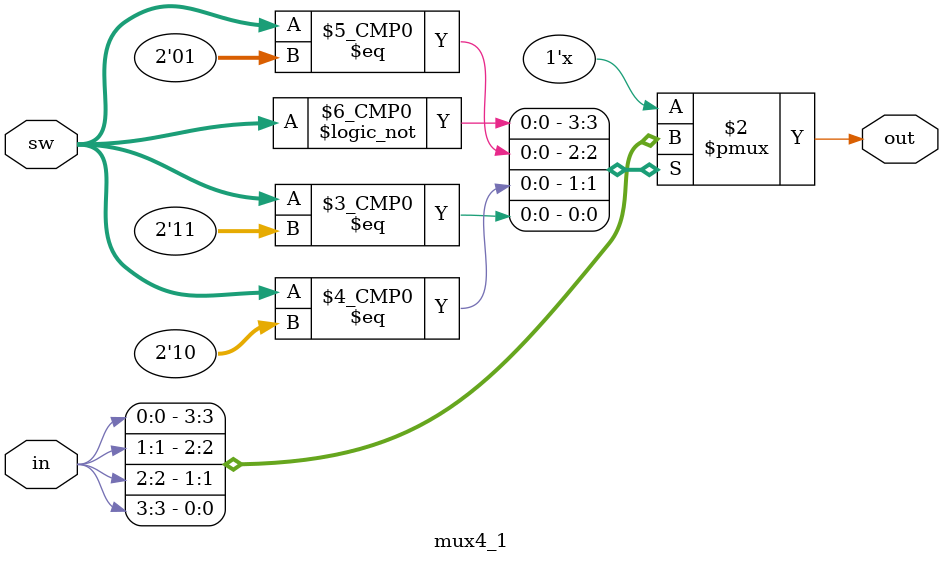
<source format=v>
`timescale 1ns / 1ps
module mux4_1(
	input [3:0] in,
	input [1:0] sw,
	output reg out
    );
always @(in,sw)
	case (sw)
		0: out = in[0];
		1: out = in[1];
		2: out = in[2];
		3: out = in[3];
		default: out = 1'bx;	
	endcase
endmodule

</source>
